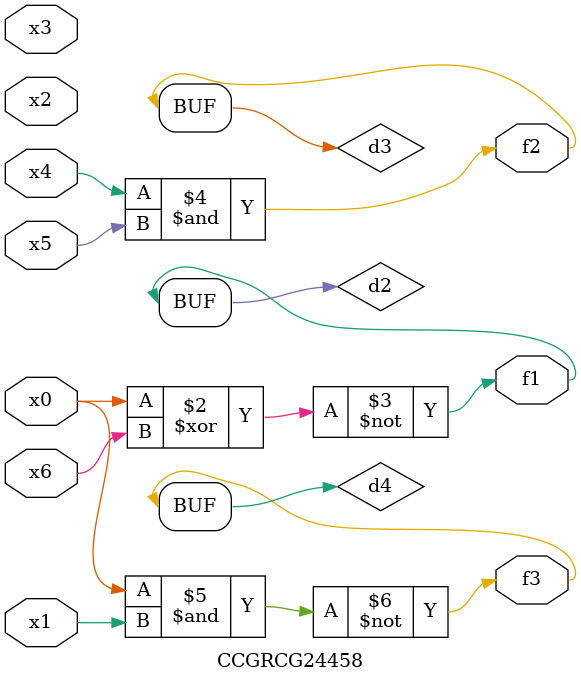
<source format=v>
module CCGRCG24458(
	input x0, x1, x2, x3, x4, x5, x6,
	output f1, f2, f3
);

	wire d1, d2, d3, d4;

	nor (d1, x0);
	xnor (d2, x0, x6);
	and (d3, x4, x5);
	nand (d4, x0, x1);
	assign f1 = d2;
	assign f2 = d3;
	assign f3 = d4;
endmodule

</source>
